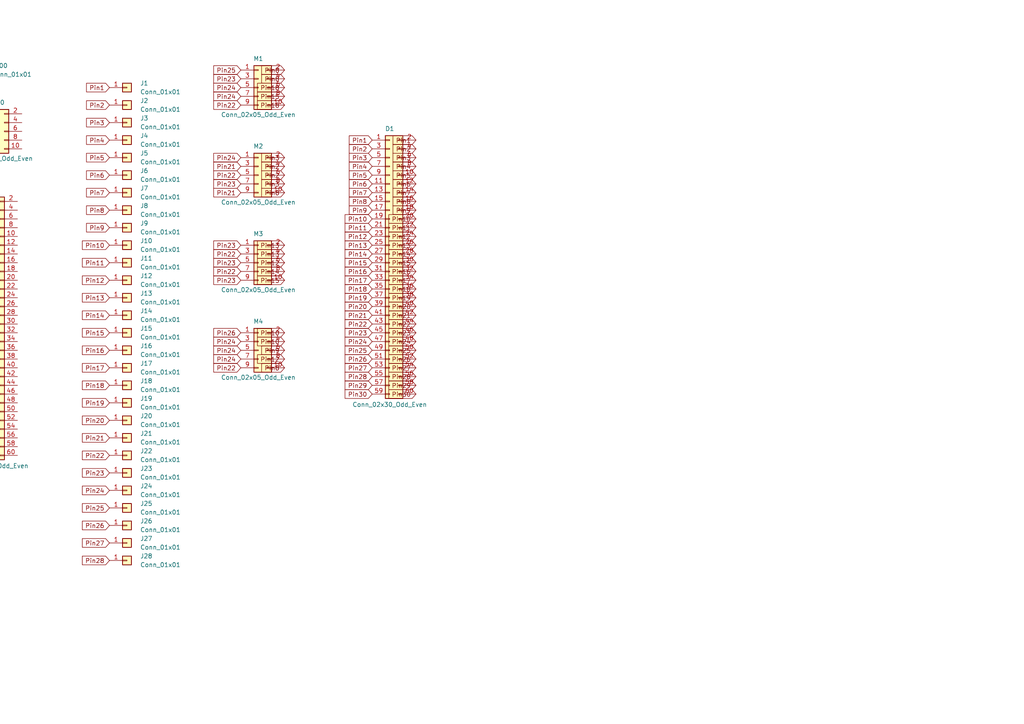
<source format=kicad_sch>
(kicad_sch (version 20231120) (generator "eeschema") (generator_version "8.0")
  (paper "A4")
  (lib_symbols
    (symbol "Connector_Generic:Conn_01x01" (pin_names (offset 1.016) hide)
      (property "Reference" "J" (at 0 2.54 0))
      (property "Value" "Conn_01x01" (at 0 -2.54 0))
      (symbol "Conn_01x01_1_1"
        (rectangle (start -1.27 0.127) (end 0 -0.127) (stroke (width 0.1524)))
        (rectangle (start -1.27 1.27) (end 1.27 -1.27) (stroke (width 0.254)) (fill (type background)))
        (pin passive line (at -5.08 0 0) (length 3.81) (name "Pin_1") (number "1"))
      )
    )
    (symbol "Connector_Generic:Conn_02x05_Odd_Even" (pin_names (offset 1.016) hide)
      (property "Reference" "J" (at 1.27 7.62 0))
      (property "Value" "Conn_02x05_Odd_Even" (at 1.27 -7.62 0))
      (symbol "Conn_02x05_Odd_Even_1_1"
        (rectangle (start -1.27 -4.953) (end 0 -5.207) (stroke (width 0.1524)))
        (rectangle (start -1.27 -2.413) (end 0 -2.667) (stroke (width 0.1524)))
        (rectangle (start -1.27 0.127) (end 0 -0.127) (stroke (width 0.1524)))
        (rectangle (start -1.27 2.667) (end 0 2.413) (stroke (width 0.1524)))
        (rectangle (start -1.27 5.207) (end 0 4.953) (stroke (width 0.1524)))
        (rectangle (start -1.27 6.35) (end 3.81 -6.35) (stroke (width 0.254)) (fill (type background)))
        (rectangle (start 3.81 -4.953) (end 2.54 -5.207) (stroke (width 0.1524)))
        (rectangle (start 3.81 -2.413) (end 2.54 -2.667) (stroke (width 0.1524)))
        (rectangle (start 3.81 0.127) (end 2.54 -0.127) (stroke (width 0.1524)))
        (rectangle (start 3.81 2.667) (end 2.54 2.413) (stroke (width 0.1524)))
        (rectangle (start 3.81 5.207) (end 2.54 4.953) (stroke (width 0.1524)))
        (pin passive line (at -5.08 5.08 0) (length 3.81) (name "Pin_1") (number "1"))
        (pin passive line (at 7.62 -5.08 180) (length 3.81) (name "Pin_10") (number "10"))
        (pin passive line (at 7.62 5.08 180) (length 3.81) (name "Pin_2") (number "2"))
        (pin passive line (at -5.08 2.54 0) (length 3.81) (name "Pin_3") (number "3"))
        (pin passive line (at 7.62 2.54 180) (length 3.81) (name "Pin_4") (number "4"))
        (pin passive line (at -5.08 0 0) (length 3.81) (name "Pin_5") (number "5"))
        (pin passive line (at 7.62 0 180) (length 3.81) (name "Pin_6") (number "6"))
        (pin passive line (at -5.08 -2.54 0) (length 3.81) (name "Pin_7") (number "7"))
        (pin passive line (at 7.62 -2.54 180) (length 3.81) (name "Pin_8") (number "8"))
        (pin passive line (at -5.08 -5.08 0) (length 3.81) (name "Pin_9") (number "9"))
      )
    )
    (symbol "Connector_Generic:Conn_02x30_Odd_Even" (pin_names (offset 1.016) hide)
      (property "Reference" "J" (at 1.27 38.1 0))
      (property "Value" "Conn_02x30_Odd_Even" (at 1.27 -40.64 0))
      (symbol "Conn_02x30_Odd_Even_1_1"
        (rectangle (start -1.27 -37.973) (end 0 -38.227) (stroke (width 0.1524)))
        (rectangle (start -1.27 -35.433) (end 0 -35.687) (stroke (width 0.1524)))
        (rectangle (start -1.27 -32.893) (end 0 -33.147) (stroke (width 0.1524)))
        (rectangle (start -1.27 -30.353) (end 0 -30.607) (stroke (width 0.1524)))
        (rectangle (start -1.27 -27.813) (end 0 -28.067) (stroke (width 0.1524)))
        (rectangle (start -1.27 -25.273) (end 0 -25.527) (stroke (width 0.1524)))
        (rectangle (start -1.27 -22.733) (end 0 -22.987) (stroke (width 0.1524)))
        (rectangle (start -1.27 -20.193) (end 0 -20.447) (stroke (width 0.1524)))
        (rectangle (start -1.27 -17.653) (end 0 -17.907) (stroke (width 0.1524)))
        (rectangle (start -1.27 -15.113) (end 0 -15.367) (stroke (width 0.1524)))
        (rectangle (start -1.27 -12.573) (end 0 -12.827) (stroke (width 0.1524)))
        (rectangle (start -1.27 -10.033) (end 0 -10.287) (stroke (width 0.1524)))
        (rectangle (start -1.27 -7.493) (end 0 -7.747) (stroke (width 0.1524)))
        (rectangle (start -1.27 -4.953) (end 0 -5.207) (stroke (width 0.1524)))
        (rectangle (start -1.27 -2.413) (end 0 -2.667) (stroke (width 0.1524)))
        (rectangle (start -1.27 0.127) (end 0 -0.127) (stroke (width 0.1524)))
        (rectangle (start -1.27 2.667) (end 0 2.413) (stroke (width 0.1524)))
        (rectangle (start -1.27 5.207) (end 0 4.953) (stroke (width 0.1524)))
        (rectangle (start -1.27 7.747) (end 0 7.493) (stroke (width 0.1524)))
        (rectangle (start -1.27 10.287) (end 0 10.033) (stroke (width 0.1524)))
        (rectangle (start -1.27 12.827) (end 0 12.573) (stroke (width 0.1524)))
        (rectangle (start -1.27 15.367) (end 0 15.113) (stroke (width 0.1524)))
        (rectangle (start -1.27 17.907) (end 0 17.653) (stroke (width 0.1524)))
        (rectangle (start -1.27 20.447) (end 0 20.193) (stroke (width 0.1524)))
        (rectangle (start -1.27 22.987) (end 0 22.733) (stroke (width 0.1524)))
        (rectangle (start -1.27 25.527) (end 0 25.273) (stroke (width 0.1524)))
        (rectangle (start -1.27 28.067) (end 0 27.813) (stroke (width 0.1524)))
        (rectangle (start -1.27 30.607) (end 0 30.353) (stroke (width 0.1524)))
        (rectangle (start -1.27 33.147) (end 0 32.893) (stroke (width 0.1524)))
        (rectangle (start -1.27 35.687) (end 0 35.433) (stroke (width 0.1524)))
        (rectangle (start -1.27 36.83) (end 3.81 -39.37) (stroke (width 0.254)) (fill (type background)))
        (rectangle (start 3.81 -37.973) (end 2.54 -38.227) (stroke (width 0.1524)))
        (rectangle (start 3.81 -35.433) (end 2.54 -35.687) (stroke (width 0.1524)))
        (rectangle (start 3.81 -32.893) (end 2.54 -33.147) (stroke (width 0.1524)))
        (rectangle (start 3.81 -30.353) (end 2.54 -30.607) (stroke (width 0.1524)))
        (rectangle (start 3.81 -27.813) (end 2.54 -28.067) (stroke (width 0.1524)))
        (rectangle (start 3.81 -25.273) (end 2.54 -25.527) (stroke (width 0.1524)))
        (rectangle (start 3.81 -22.733) (end 2.54 -22.987) (stroke (width 0.1524)))
        (rectangle (start 3.81 -20.193) (end 2.54 -20.447) (stroke (width 0.1524)))
        (rectangle (start 3.81 -17.653) (end 2.54 -17.907) (stroke (width 0.1524)))
        (rectangle (start 3.81 -15.113) (end 2.54 -15.367) (stroke (width 0.1524)))
        (rectangle (start 3.81 -12.573) (end 2.54 -12.827) (stroke (width 0.1524)))
        (rectangle (start 3.81 -10.033) (end 2.54 -10.287) (stroke (width 0.1524)))
        (rectangle (start 3.81 -7.493) (end 2.54 -7.747) (stroke (width 0.1524)))
        (rectangle (start 3.81 -4.953) (end 2.54 -5.207) (stroke (width 0.1524)))
        (rectangle (start 3.81 -2.413) (end 2.54 -2.667) (stroke (width 0.1524)))
        (rectangle (start 3.81 0.127) (end 2.54 -0.127) (stroke (width 0.1524)))
        (rectangle (start 3.81 2.667) (end 2.54 2.413) (stroke (width 0.1524)))
        (rectangle (start 3.81 5.207) (end 2.54 4.953) (stroke (width 0.1524)))
        (rectangle (start 3.81 7.747) (end 2.54 7.493) (stroke (width 0.1524)))
        (rectangle (start 3.81 10.287) (end 2.54 10.033) (stroke (width 0.1524)))
        (rectangle (start 3.81 12.827) (end 2.54 12.573) (stroke (width 0.1524)))
        (rectangle (start 3.81 15.367) (end 2.54 15.113) (stroke (width 0.1524)))
        (rectangle (start 3.81 17.907) (end 2.54 17.653) (stroke (width 0.1524)))
        (rectangle (start 3.81 20.447) (end 2.54 20.193) (stroke (width 0.1524)))
        (rectangle (start 3.81 22.987) (end 2.54 22.733) (stroke (width 0.1524)))
        (rectangle (start 3.81 25.527) (end 2.54 25.273) (stroke (width 0.1524)))
        (rectangle (start 3.81 28.067) (end 2.54 27.813) (stroke (width 0.1524)))
        (rectangle (start 3.81 30.607) (end 2.54 30.353) (stroke (width 0.1524)))
        (rectangle (start 3.81 33.147) (end 2.54 32.893) (stroke (width 0.1524)))
        (rectangle (start 3.81 35.687) (end 2.54 35.433) (stroke (width 0.1524)))
        (pin passive line (at -5.08 35.56 0) (length 3.81) (name "Pin_1") (number "1"))
        (pin passive line (at 7.62 25.4 180) (length 3.81) (name "Pin_10") (number "10"))
        (pin passive line (at -5.08 22.86 0) (length 3.81) (name "Pin_11") (number "11"))
        (pin passive line (at 7.62 22.86 180) (length 3.81) (name "Pin_12") (number "12"))
        (pin passive line (at -5.08 20.32 0) (length 3.81) (name "Pin_13") (number "13"))
        (pin passive line (at 7.62 20.32 180) (length 3.81) (name "Pin_14") (number "14"))
        (pin passive line (at -5.08 17.78 0) (length 3.81) (name "Pin_15") (number "15"))
        (pin passive line (at 7.62 17.78 180) (length 3.81) (name "Pin_16") (number "16"))
        (pin passive line (at -5.08 15.24 0) (length 3.81) (name "Pin_17") (number "17"))
        (pin passive line (at 7.62 15.24 180) (length 3.81) (name "Pin_18") (number "18"))
        (pin passive line (at -5.08 12.7 0) (length 3.81) (name "Pin_19") (number "19"))
        (pin passive line (at 7.62 35.56 180) (length 3.81) (name "Pin_2") (number "2"))
        (pin passive line (at 7.62 12.7 180) (length 3.81) (name "Pin_20") (number "20"))
        (pin passive line (at -5.08 10.16 0) (length 3.81) (name "Pin_21") (number "21"))
        (pin passive line (at 7.62 10.16 180) (length 3.81) (name "Pin_22") (number "22"))
        (pin passive line (at -5.08 7.62 0) (length 3.81) (name "Pin_23") (number "23"))
        (pin passive line (at 7.62 7.62 180) (length 3.81) (name "Pin_24") (number "24"))
        (pin passive line (at -5.08 5.08 0) (length 3.81) (name "Pin_25") (number "25"))
        (pin passive line (at 7.62 5.08 180) (length 3.81) (name "Pin_26") (number "26"))
        (pin passive line (at -5.08 2.54 0) (length 3.81) (name "Pin_27") (number "27"))
        (pin passive line (at 7.62 2.54 180) (length 3.81) (name "Pin_28") (number "28"))
        (pin passive line (at -5.08 0 0) (length 3.81) (name "Pin_29") (number "29"))
        (pin passive line (at -5.08 33.02 0) (length 3.81) (name "Pin_3") (number "3"))
        (pin passive line (at 7.62 0 180) (length 3.81) (name "Pin_30") (number "30"))
        (pin passive line (at -5.08 -2.54 0) (length 3.81) (name "Pin_31") (number "31"))
        (pin passive line (at 7.62 -2.54 180) (length 3.81) (name "Pin_32") (number "32"))
        (pin passive line (at -5.08 -5.08 0) (length 3.81) (name "Pin_33") (number "33"))
        (pin passive line (at 7.62 -5.08 180) (length 3.81) (name "Pin_34") (number "34"))
        (pin passive line (at -5.08 -7.62 0) (length 3.81) (name "Pin_35") (number "35"))
        (pin passive line (at 7.62 -7.62 180) (length 3.81) (name "Pin_36") (number "36"))
        (pin passive line (at -5.08 -10.16 0) (length 3.81) (name "Pin_37") (number "37"))
        (pin passive line (at 7.62 -10.16 180) (length 3.81) (name "Pin_38") (number "38"))
        (pin passive line (at -5.08 -12.7 0) (length 3.81) (name "Pin_39") (number "39"))
        (pin passive line (at 7.62 33.02 180) (length 3.81) (name "Pin_4") (number "4"))
        (pin passive line (at 7.62 -12.7 180) (length 3.81) (name "Pin_40") (number "40"))
        (pin passive line (at -5.08 -15.24 0) (length 3.81) (name "Pin_41") (number "41"))
        (pin passive line (at 7.62 -15.24 180) (length 3.81) (name "Pin_42") (number "42"))
        (pin passive line (at -5.08 -17.78 0) (length 3.81) (name "Pin_43") (number "43"))
        (pin passive line (at 7.62 -17.78 180) (length 3.81) (name "Pin_44") (number "44"))
        (pin passive line (at -5.08 -20.32 0) (length 3.81) (name "Pin_45") (number "45"))
        (pin passive line (at 7.62 -20.32 180) (length 3.81) (name "Pin_46") (number "46"))
        (pin passive line (at -5.08 -22.86 0) (length 3.81) (name "Pin_47") (number "47"))
        (pin passive line (at 7.62 -22.86 180) (length 3.81) (name "Pin_48") (number "48"))
        (pin passive line (at -5.08 -25.4 0) (length 3.81) (name "Pin_49") (number "49"))
        (pin passive line (at -5.08 30.48 0) (length 3.81) (name "Pin_5") (number "5"))
        (pin passive line (at 7.62 -25.4 180) (length 3.81) (name "Pin_50") (number "50"))
        (pin passive line (at -5.08 -27.94 0) (length 3.81) (name "Pin_51") (number "51"))
        (pin passive line (at 7.62 -27.94 180) (length 3.81) (name "Pin_52") (number "52"))
        (pin passive line (at -5.08 -30.48 0) (length 3.81) (name "Pin_53") (number "53"))
        (pin passive line (at 7.62 -30.48 180) (length 3.81) (name "Pin_54") (number "54"))
        (pin passive line (at -5.08 -33.02 0) (length 3.81) (name "Pin_55") (number "55"))
        (pin passive line (at 7.62 -33.02 180) (length 3.81) (name "Pin_56") (number "56"))
        (pin passive line (at -5.08 -35.56 0) (length 3.81) (name "Pin_57") (number "57"))
        (pin passive line (at 7.62 -35.56 180) (length 3.81) (name "Pin_58") (number "58"))
        (pin passive line (at -5.08 -38.1 0) (length 3.81) (name "Pin_59") (number "59"))
        (pin passive line (at 7.62 30.48 180) (length 3.81) (name "Pin_6") (number "6"))
        (pin passive line (at 7.62 -38.1 180) (length 3.81) (name "Pin_60") (number "60"))
        (pin passive line (at -5.08 27.94 0) (length 3.81) (name "Pin_7") (number "7"))
        (pin passive line (at 7.62 27.94 180) (length 3.81) (name "Pin_8") (number "8"))
        (pin passive line (at -5.08 25.4 0) (length 3.81) (name "Pin_9") (number "9"))
      )
    )
  )
  (symbol (lib_id "Connector_Generic:Conn_02x05_Odd_Even") (at -1.27 38.1 0) (unit 1)
    (property "Reference" "M100" (at -1.27 29.718 0))
    (property "Value" "Conn_02x05_Odd_Even" (at -1.27 45.974 0))
    (property "Footprint" "Connector_PinHeader_2.54mm:PinHeader_2x05_P2.54mm_Vertical" (effects (hide yes)))
    (property "Description" "Generic connector, double row, 02x05, odd/even pin numbering scheme (row 1 odd numbers, row 2 even numbers), script generated (kicad-library-utils/schlib/autogen/connector/)" (effects (hide yes)))
    (property "MPN" "Map" (effects (hide yes)))
  )
  (symbol (lib_id "Connector_Generic:Conn_01x01") (at -6.35 20.32 0) (unit 1)
    (property "Reference" "J100" (at -2.54 19.0499 0) (effects (justify left)))
    (property "Value" "Conn_01x01" (at -2.54 21.5899 0) (effects (justify left)))
    (property "Footprint" "MatchBoxLibrary:Ma" (effects (hide yes)))
    (property "Description" "Generic connector, single row, 01x01, script generated (kicad-library-utils/schlib/autogen/connector/)" (effects (hide yes)))
    (property "MPN" "Input" (effects (hide yes)))
  )
  (symbol (lib_id "Connector_Generic:Conn_02x30_Odd_Even") (at -2.54 93.98 0) (unit 1)
    (property "Reference" "D1" (at -2.54 55.118 0))
    (property "Value" "Conn_02x30_Odd_Even" (at -2.54 135.128 0))
    (property "Footprint" "Connector_PinHeader_2.54mm:PinHeader_2x30_P2.54mm_Vertical" (effects (hide yes)))
    (property "Description" "Generic connector, double row, 02x30, odd/even pin numbering scheme (row 1 odd numbers, row 2 even numbers), script generated (kicad-library-utils/schlib/autogen/connector/)" (effects (hide yes)))
    (property "MPN" "Direct" (effects (hide yes)))
  )
  (symbol (lib_id "Connector_Generic:Conn_01x01") (at 36.83 25.4 0) (unit 1)
    (property "Reference" "J1" (at 40.64 24.1299 0) (effects (justify left)))
    (property "Value" "Conn_01x01" (at 40.64 26.6699 0) (effects (justify left)))
    (property "Footprint" "MatchBoxLibrary:Ma" (effects (hide yes)))
    (property "Description" "Generic connector, single row, 01x01, script generated (kicad-library-utils/schlib/autogen/connector/)" (effects (hide yes)))
    (property "MPN" "Input" (effects (hide yes)))
  )
  (global_label "Pin1" (shape input) (at 31.75 25.4 0) (property "Intersheetrefs" "${INTERSHEET_REFS}" (effects hide)))
  (symbol (lib_id "Connector_Generic:Conn_01x01") (at 36.83 30.48 0) (unit 1)
    (property "Reference" "J2" (at 40.64 29.2099 0) (effects (justify left)))
    (property "Value" "Conn_01x01" (at 40.64 31.7499 0) (effects (justify left)))
    (property "Footprint" "MatchBoxLibrary:Ma" (effects (hide yes)))
    (property "Description" "Generic connector, single row, 01x01, script generated (kicad-library-utils/schlib/autogen/connector/)" (effects (hide yes)))
    (property "MPN" "Input" (effects (hide yes)))
  )
  (global_label "Pin2" (shape input) (at 31.75 30.48 0) (property "Intersheetrefs" "${INTERSHEET_REFS}" (effects hide)))
  (symbol (lib_id "Connector_Generic:Conn_01x01") (at 36.83 35.56 0) (unit 1)
    (property "Reference" "J3" (at 40.64 34.2899 0) (effects (justify left)))
    (property "Value" "Conn_01x01" (at 40.64 36.8299 0) (effects (justify left)))
    (property "Footprint" "MatchBoxLibrary:Ma" (effects (hide yes)))
    (property "Description" "Generic connector, single row, 01x01, script generated (kicad-library-utils/schlib/autogen/connector/)" (effects (hide yes)))
    (property "MPN" "Input" (effects (hide yes)))
  )
  (global_label "Pin3" (shape input) (at 31.75 35.56 0) (property "Intersheetrefs" "${INTERSHEET_REFS}" (effects hide)))
  (symbol (lib_id "Connector_Generic:Conn_01x01") (at 36.83 40.64 0) (unit 1)
    (property "Reference" "J4" (at 40.64 39.3699 0) (effects (justify left)))
    (property "Value" "Conn_01x01" (at 40.64 41.9099 0) (effects (justify left)))
    (property "Footprint" "MatchBoxLibrary:Ma" (effects (hide yes)))
    (property "Description" "Generic connector, single row, 01x01, script generated (kicad-library-utils/schlib/autogen/connector/)" (effects (hide yes)))
    (property "MPN" "Input" (effects (hide yes)))
  )
  (global_label "Pin4" (shape input) (at 31.75 40.64 0) (property "Intersheetrefs" "${INTERSHEET_REFS}" (effects hide)))
  (symbol (lib_id "Connector_Generic:Conn_01x01") (at 36.83 45.72 0) (unit 1)
    (property "Reference" "J5" (at 40.64 44.4499 0) (effects (justify left)))
    (property "Value" "Conn_01x01" (at 40.64 46.9899 0) (effects (justify left)))
    (property "Footprint" "MatchBoxLibrary:Ma" (effects (hide yes)))
    (property "Description" "Generic connector, single row, 01x01, script generated (kicad-library-utils/schlib/autogen/connector/)" (effects (hide yes)))
    (property "MPN" "Input" (effects (hide yes)))
  )
  (global_label "Pin5" (shape input) (at 31.75 45.72 0) (property "Intersheetrefs" "${INTERSHEET_REFS}" (effects hide)))
  (symbol (lib_id "Connector_Generic:Conn_01x01") (at 36.83 50.8 0) (unit 1)
    (property "Reference" "J6" (at 40.64 49.5299 0) (effects (justify left)))
    (property "Value" "Conn_01x01" (at 40.64 52.0699 0) (effects (justify left)))
    (property "Footprint" "MatchBoxLibrary:Ma" (effects (hide yes)))
    (property "Description" "Generic connector, single row, 01x01, script generated (kicad-library-utils/schlib/autogen/connector/)" (effects (hide yes)))
    (property "MPN" "Input" (effects (hide yes)))
  )
  (global_label "Pin6" (shape input) (at 31.75 50.8 0) (property "Intersheetrefs" "${INTERSHEET_REFS}" (effects hide)))
  (symbol (lib_id "Connector_Generic:Conn_01x01") (at 36.83 55.88 0) (unit 1)
    (property "Reference" "J7" (at 40.64 54.6099 0) (effects (justify left)))
    (property "Value" "Conn_01x01" (at 40.64 57.1499 0) (effects (justify left)))
    (property "Footprint" "MatchBoxLibrary:Ma" (effects (hide yes)))
    (property "Description" "Generic connector, single row, 01x01, script generated (kicad-library-utils/schlib/autogen/connector/)" (effects (hide yes)))
    (property "MPN" "Input" (effects (hide yes)))
  )
  (global_label "Pin7" (shape input) (at 31.75 55.88 0) (property "Intersheetrefs" "${INTERSHEET_REFS}" (effects hide)))
  (symbol (lib_id "Connector_Generic:Conn_01x01") (at 36.83 60.96 0) (unit 1)
    (property "Reference" "J8" (at 40.64 59.6899 0) (effects (justify left)))
    (property "Value" "Conn_01x01" (at 40.64 62.2299 0) (effects (justify left)))
    (property "Footprint" "MatchBoxLibrary:Ma" (effects (hide yes)))
    (property "Description" "Generic connector, single row, 01x01, script generated (kicad-library-utils/schlib/autogen/connector/)" (effects (hide yes)))
    (property "MPN" "Input" (effects (hide yes)))
  )
  (global_label "Pin8" (shape input) (at 31.75 60.96 0) (property "Intersheetrefs" "${INTERSHEET_REFS}" (effects hide)))
  (symbol (lib_id "Connector_Generic:Conn_01x01") (at 36.83 66.04 0) (unit 1)
    (property "Reference" "J9" (at 40.64 64.7699 0) (effects (justify left)))
    (property "Value" "Conn_01x01" (at 40.64 67.3099 0) (effects (justify left)))
    (property "Footprint" "MatchBoxLibrary:Ma" (effects (hide yes)))
    (property "Description" "Generic connector, single row, 01x01, script generated (kicad-library-utils/schlib/autogen/connector/)" (effects (hide yes)))
    (property "MPN" "Input" (effects (hide yes)))
  )
  (global_label "Pin9" (shape input) (at 31.75 66.04 0) (property "Intersheetrefs" "${INTERSHEET_REFS}" (effects hide)))
  (symbol (lib_id "Connector_Generic:Conn_01x01") (at 36.83 71.12 0) (unit 1)
    (property "Reference" "J10" (at 40.64 69.8499 0) (effects (justify left)))
    (property "Value" "Conn_01x01" (at 40.64 72.3899 0) (effects (justify left)))
    (property "Footprint" "MatchBoxLibrary:Ma" (effects (hide yes)))
    (property "Description" "Generic connector, single row, 01x01, script generated (kicad-library-utils/schlib/autogen/connector/)" (effects (hide yes)))
    (property "MPN" "Input" (effects (hide yes)))
  )
  (global_label "Pin10" (shape input) (at 31.75 71.12 0) (property "Intersheetrefs" "${INTERSHEET_REFS}" (effects hide)))
  (symbol (lib_id "Connector_Generic:Conn_01x01") (at 36.83 76.2 0) (unit 1)
    (property "Reference" "J11" (at 40.64 74.9299 0) (effects (justify left)))
    (property "Value" "Conn_01x01" (at 40.64 77.4699 0) (effects (justify left)))
    (property "Footprint" "MatchBoxLibrary:Ma" (effects (hide yes)))
    (property "Description" "Generic connector, single row, 01x01, script generated (kicad-library-utils/schlib/autogen/connector/)" (effects (hide yes)))
    (property "MPN" "Input" (effects (hide yes)))
  )
  (global_label "Pin11" (shape input) (at 31.75 76.2 0) (property "Intersheetrefs" "${INTERSHEET_REFS}" (effects hide)))
  (symbol (lib_id "Connector_Generic:Conn_01x01") (at 36.83 81.28 0) (unit 1)
    (property "Reference" "J12" (at 40.64 80.0099 0) (effects (justify left)))
    (property "Value" "Conn_01x01" (at 40.64 82.5499 0) (effects (justify left)))
    (property "Footprint" "MatchBoxLibrary:Ma" (effects (hide yes)))
    (property "Description" "Generic connector, single row, 01x01, script generated (kicad-library-utils/schlib/autogen/connector/)" (effects (hide yes)))
    (property "MPN" "Input" (effects (hide yes)))
  )
  (global_label "Pin12" (shape input) (at 31.75 81.28 0) (property "Intersheetrefs" "${INTERSHEET_REFS}" (effects hide)))
  (symbol (lib_id "Connector_Generic:Conn_01x01") (at 36.83 86.36 0) (unit 1)
    (property "Reference" "J13" (at 40.64 85.0899 0) (effects (justify left)))
    (property "Value" "Conn_01x01" (at 40.64 87.6299 0) (effects (justify left)))
    (property "Footprint" "MatchBoxLibrary:Ma" (effects (hide yes)))
    (property "Description" "Generic connector, single row, 01x01, script generated (kicad-library-utils/schlib/autogen/connector/)" (effects (hide yes)))
    (property "MPN" "Input" (effects (hide yes)))
  )
  (global_label "Pin13" (shape input) (at 31.75 86.36 0) (property "Intersheetrefs" "${INTERSHEET_REFS}" (effects hide)))
  (symbol (lib_id "Connector_Generic:Conn_01x01") (at 36.83 91.44 0) (unit 1)
    (property "Reference" "J14" (at 40.64 90.1699 0) (effects (justify left)))
    (property "Value" "Conn_01x01" (at 40.64 92.7099 0) (effects (justify left)))
    (property "Footprint" "MatchBoxLibrary:Ma" (effects (hide yes)))
    (property "Description" "Generic connector, single row, 01x01, script generated (kicad-library-utils/schlib/autogen/connector/)" (effects (hide yes)))
    (property "MPN" "Input" (effects (hide yes)))
  )
  (global_label "Pin14" (shape input) (at 31.75 91.44 0) (property "Intersheetrefs" "${INTERSHEET_REFS}" (effects hide)))
  (symbol (lib_id "Connector_Generic:Conn_01x01") (at 36.83 96.52 0) (unit 1)
    (property "Reference" "J15" (at 40.64 95.2499 0) (effects (justify left)))
    (property "Value" "Conn_01x01" (at 40.64 97.7899 0) (effects (justify left)))
    (property "Footprint" "MatchBoxLibrary:Ma" (effects (hide yes)))
    (property "Description" "Generic connector, single row, 01x01, script generated (kicad-library-utils/schlib/autogen/connector/)" (effects (hide yes)))
    (property "MPN" "Input" (effects (hide yes)))
  )
  (global_label "Pin15" (shape input) (at 31.75 96.52 0) (property "Intersheetrefs" "${INTERSHEET_REFS}" (effects hide)))
  (symbol (lib_id "Connector_Generic:Conn_01x01") (at 36.83 101.6 0) (unit 1)
    (property "Reference" "J16" (at 40.64 100.3299 0) (effects (justify left)))
    (property "Value" "Conn_01x01" (at 40.64 102.8699 0) (effects (justify left)))
    (property "Footprint" "MatchBoxLibrary:Ma" (effects (hide yes)))
    (property "Description" "Generic connector, single row, 01x01, script generated (kicad-library-utils/schlib/autogen/connector/)" (effects (hide yes)))
    (property "MPN" "Input" (effects (hide yes)))
  )
  (global_label "Pin16" (shape input) (at 31.75 101.6 0) (property "Intersheetrefs" "${INTERSHEET_REFS}" (effects hide)))
  (symbol (lib_id "Connector_Generic:Conn_01x01") (at 36.83 106.68 0) (unit 1)
    (property "Reference" "J17" (at 40.64 105.4099 0) (effects (justify left)))
    (property "Value" "Conn_01x01" (at 40.64 107.9499 0) (effects (justify left)))
    (property "Footprint" "MatchBoxLibrary:Ma" (effects (hide yes)))
    (property "Description" "Generic connector, single row, 01x01, script generated (kicad-library-utils/schlib/autogen/connector/)" (effects (hide yes)))
    (property "MPN" "Input" (effects (hide yes)))
  )
  (global_label "Pin17" (shape input) (at 31.75 106.68 0) (property "Intersheetrefs" "${INTERSHEET_REFS}" (effects hide)))
  (symbol (lib_id "Connector_Generic:Conn_01x01") (at 36.83 111.76 0) (unit 1)
    (property "Reference" "J18" (at 40.64 110.4899 0) (effects (justify left)))
    (property "Value" "Conn_01x01" (at 40.64 113.0299 0) (effects (justify left)))
    (property "Footprint" "MatchBoxLibrary:Ma" (effects (hide yes)))
    (property "Description" "Generic connector, single row, 01x01, script generated (kicad-library-utils/schlib/autogen/connector/)" (effects (hide yes)))
    (property "MPN" "Input" (effects (hide yes)))
  )
  (global_label "Pin18" (shape input) (at 31.75 111.76 0) (property "Intersheetrefs" "${INTERSHEET_REFS}" (effects hide)))
  (symbol (lib_id "Connector_Generic:Conn_01x01") (at 36.83 116.84 0) (unit 1)
    (property "Reference" "J19" (at 40.64 115.5699 0) (effects (justify left)))
    (property "Value" "Conn_01x01" (at 40.64 118.1099 0) (effects (justify left)))
    (property "Footprint" "MatchBoxLibrary:Ma" (effects (hide yes)))
    (property "Description" "Generic connector, single row, 01x01, script generated (kicad-library-utils/schlib/autogen/connector/)" (effects (hide yes)))
    (property "MPN" "Input" (effects (hide yes)))
  )
  (global_label "Pin19" (shape input) (at 31.75 116.84 0) (property "Intersheetrefs" "${INTERSHEET_REFS}" (effects hide)))
  (symbol (lib_id "Connector_Generic:Conn_01x01") (at 36.83 121.92 0) (unit 1)
    (property "Reference" "J20" (at 40.64 120.6499 0) (effects (justify left)))
    (property "Value" "Conn_01x01" (at 40.64 123.1899 0) (effects (justify left)))
    (property "Footprint" "MatchBoxLibrary:Ma" (effects (hide yes)))
    (property "Description" "Generic connector, single row, 01x01, script generated (kicad-library-utils/schlib/autogen/connector/)" (effects (hide yes)))
    (property "MPN" "Input" (effects (hide yes)))
  )
  (global_label "Pin20" (shape input) (at 31.75 121.92 0) (property "Intersheetrefs" "${INTERSHEET_REFS}" (effects hide)))
  (symbol (lib_id "Connector_Generic:Conn_01x01") (at 36.83 127.0 0) (unit 1)
    (property "Reference" "J21" (at 40.64 125.7299 0) (effects (justify left)))
    (property "Value" "Conn_01x01" (at 40.64 128.2699 0) (effects (justify left)))
    (property "Footprint" "MatchBoxLibrary:Ma" (effects (hide yes)))
    (property "Description" "Generic connector, single row, 01x01, script generated (kicad-library-utils/schlib/autogen/connector/)" (effects (hide yes)))
    (property "MPN" "Input" (effects (hide yes)))
  )
  (global_label "Pin21" (shape input) (at 31.75 127.0 0) (property "Intersheetrefs" "${INTERSHEET_REFS}" (effects hide)))
  (symbol (lib_id "Connector_Generic:Conn_01x01") (at 36.83 132.08 0) (unit 1)
    (property "Reference" "J22" (at 40.64 130.8099 0) (effects (justify left)))
    (property "Value" "Conn_01x01" (at 40.64 133.3499 0) (effects (justify left)))
    (property "Footprint" "MatchBoxLibrary:Ma" (effects (hide yes)))
    (property "Description" "Generic connector, single row, 01x01, script generated (kicad-library-utils/schlib/autogen/connector/)" (effects (hide yes)))
    (property "MPN" "Input" (effects (hide yes)))
  )
  (global_label "Pin22" (shape input) (at 31.75 132.08 0) (property "Intersheetrefs" "${INTERSHEET_REFS}" (effects hide)))
  (symbol (lib_id "Connector_Generic:Conn_01x01") (at 36.83 137.16 0) (unit 1)
    (property "Reference" "J23" (at 40.64 135.8899 0) (effects (justify left)))
    (property "Value" "Conn_01x01" (at 40.64 138.4299 0) (effects (justify left)))
    (property "Footprint" "MatchBoxLibrary:Ma" (effects (hide yes)))
    (property "Description" "Generic connector, single row, 01x01, script generated (kicad-library-utils/schlib/autogen/connector/)" (effects (hide yes)))
    (property "MPN" "Input" (effects (hide yes)))
  )
  (global_label "Pin23" (shape input) (at 31.75 137.16 0) (property "Intersheetrefs" "${INTERSHEET_REFS}" (effects hide)))
  (symbol (lib_id "Connector_Generic:Conn_01x01") (at 36.83 142.24 0) (unit 1)
    (property "Reference" "J24" (at 40.64 140.9699 0) (effects (justify left)))
    (property "Value" "Conn_01x01" (at 40.64 143.5099 0) (effects (justify left)))
    (property "Footprint" "MatchBoxLibrary:Ma" (effects (hide yes)))
    (property "Description" "Generic connector, single row, 01x01, script generated (kicad-library-utils/schlib/autogen/connector/)" (effects (hide yes)))
    (property "MPN" "Input" (effects (hide yes)))
  )
  (global_label "Pin24" (shape input) (at 31.75 142.24 0) (property "Intersheetrefs" "${INTERSHEET_REFS}" (effects hide)))
  (symbol (lib_id "Connector_Generic:Conn_01x01") (at 36.83 147.32 0) (unit 1)
    (property "Reference" "J25" (at 40.64 146.0499 0) (effects (justify left)))
    (property "Value" "Conn_01x01" (at 40.64 148.5899 0) (effects (justify left)))
    (property "Footprint" "MatchBoxLibrary:Ma" (effects (hide yes)))
    (property "Description" "Generic connector, single row, 01x01, script generated (kicad-library-utils/schlib/autogen/connector/)" (effects (hide yes)))
    (property "MPN" "Input" (effects (hide yes)))
  )
  (global_label "Pin25" (shape input) (at 31.75 147.32 0) (property "Intersheetrefs" "${INTERSHEET_REFS}" (effects hide)))
  (symbol (lib_id "Connector_Generic:Conn_01x01") (at 36.83 152.4 0) (unit 1)
    (property "Reference" "J26" (at 40.64 151.1299 0) (effects (justify left)))
    (property "Value" "Conn_01x01" (at 40.64 153.6699 0) (effects (justify left)))
    (property "Footprint" "MatchBoxLibrary:Ma" (effects (hide yes)))
    (property "Description" "Generic connector, single row, 01x01, script generated (kicad-library-utils/schlib/autogen/connector/)" (effects (hide yes)))
    (property "MPN" "Input" (effects (hide yes)))
  )
  (global_label "Pin26" (shape input) (at 31.75 152.4 0) (property "Intersheetrefs" "${INTERSHEET_REFS}" (effects hide)))
  (symbol (lib_id "Connector_Generic:Conn_01x01") (at 36.83 157.48 0) (unit 1)
    (property "Reference" "J27" (at 40.64 156.2099 0) (effects (justify left)))
    (property "Value" "Conn_01x01" (at 40.64 158.7499 0) (effects (justify left)))
    (property "Footprint" "MatchBoxLibrary:Ma" (effects (hide yes)))
    (property "Description" "Generic connector, single row, 01x01, script generated (kicad-library-utils/schlib/autogen/connector/)" (effects (hide yes)))
    (property "MPN" "Input" (effects (hide yes)))
  )
  (global_label "Pin27" (shape input) (at 31.75 157.48 0) (property "Intersheetrefs" "${INTERSHEET_REFS}" (effects hide)))
  (symbol (lib_id "Connector_Generic:Conn_01x01") (at 36.83 162.56 0) (unit 1)
    (property "Reference" "J28" (at 40.64 161.2899 0) (effects (justify left)))
    (property "Value" "Conn_01x01" (at 40.64 163.8299 0) (effects (justify left)))
    (property "Footprint" "MatchBoxLibrary:Ma" (effects (hide yes)))
    (property "Description" "Generic connector, single row, 01x01, script generated (kicad-library-utils/schlib/autogen/connector/)" (effects (hide yes)))
    (property "MPN" "Input" (effects (hide yes)))
  )
  (global_label "Pin28" (shape input) (at 31.75 162.56 0) (property "Intersheetrefs" "${INTERSHEET_REFS}" (effects hide)))
  (symbol (lib_id "Connector_Generic:Conn_02x05_Odd_Even") (at 74.93 25.4 0) (unit 1)
    (property "Reference" "M1" (at 74.93 17.018 0))
    (property "Value" "Conn_02x05_Odd_Even" (at 74.93 33.274 0))
    (property "Footprint" "Connector_PinHeader_2.54mm:PinHeader_2x05_P2.54mm_Vertical" (effects (hide yes)))
    (property "Description" "Generic connector, double row, 02x05, odd/even pin numbering scheme (row 1 odd numbers, row 2 even numbers), script generated (kicad-library-utils/schlib/autogen/connector/)" (effects (hide yes)))
    (property "MPN" "Map" (effects (hide yes)))
  )
  (global_label "Pin25" (shape input) (at 69.85 20.32 0) (property "Intersheetrefs" "${INTERSHEET_REFS}" (effects hide)))
  (global_label "Pin8" (shape input) (at 82.55 20.32 180) (property "Intersheetrefs" "${INTERSHEET_REFS}" (effects hide)))
  (global_label "Pin23" (shape input) (at 69.85 22.86 0) (property "Intersheetrefs" "${INTERSHEET_REFS}" (effects hide)))
  (global_label "Pin8" (shape input) (at 82.55 22.86 180) (property "Intersheetrefs" "${INTERSHEET_REFS}" (effects hide)))
  (global_label "Pin24" (shape input) (at 69.85 25.4 0) (property "Intersheetrefs" "${INTERSHEET_REFS}" (effects hide)))
  (global_label "Pin18" (shape input) (at 82.55 25.4 180) (property "Intersheetrefs" "${INTERSHEET_REFS}" (effects hide)))
  (global_label "Pin24" (shape input) (at 69.85 27.94 0) (property "Intersheetrefs" "${INTERSHEET_REFS}" (effects hide)))
  (global_label "Pin15" (shape input) (at 82.55 27.94 180) (property "Intersheetrefs" "${INTERSHEET_REFS}" (effects hide)))
  (global_label "Pin22" (shape input) (at 69.85 30.48 0) (property "Intersheetrefs" "${INTERSHEET_REFS}" (effects hide)))
  (global_label "Pin18" (shape input) (at 82.55 30.48 180) (property "Intersheetrefs" "${INTERSHEET_REFS}" (effects hide)))
  (symbol (lib_id "Connector_Generic:Conn_02x05_Odd_Even") (at 74.93 50.8 0) (unit 1)
    (property "Reference" "M2" (at 74.93 42.418 0))
    (property "Value" "Conn_02x05_Odd_Even" (at 74.93 58.674 0))
    (property "Footprint" "Connector_PinHeader_2.54mm:PinHeader_2x05_P2.54mm_Vertical" (effects (hide yes)))
    (property "Description" "Generic connector, double row, 02x05, odd/even pin numbering scheme (row 1 odd numbers, row 2 even numbers), script generated (kicad-library-utils/schlib/autogen/connector/)" (effects (hide yes)))
    (property "MPN" "Map" (effects (hide yes)))
  )
  (global_label "Pin24" (shape input) (at 69.85 45.72 0) (property "Intersheetrefs" "${INTERSHEET_REFS}" (effects hide)))
  (global_label "Pin3" (shape input) (at 82.55 45.72 180) (property "Intersheetrefs" "${INTERSHEET_REFS}" (effects hide)))
  (global_label "Pin21" (shape input) (at 69.85 48.26 0) (property "Intersheetrefs" "${INTERSHEET_REFS}" (effects hide)))
  (global_label "Pin2" (shape input) (at 82.55 48.26 180) (property "Intersheetrefs" "${INTERSHEET_REFS}" (effects hide)))
  (global_label "Pin22" (shape input) (at 69.85 50.8 0) (property "Intersheetrefs" "${INTERSHEET_REFS}" (effects hide)))
  (global_label "Pin2" (shape input) (at 82.55 50.8 180) (property "Intersheetrefs" "${INTERSHEET_REFS}" (effects hide)))
  (global_label "Pin23" (shape input) (at 69.85 53.34 0) (property "Intersheetrefs" "${INTERSHEET_REFS}" (effects hide)))
  (global_label "Pin3" (shape input) (at 82.55 53.34 180) (property "Intersheetrefs" "${INTERSHEET_REFS}" (effects hide)))
  (global_label "Pin21" (shape input) (at 69.85 55.88 0) (property "Intersheetrefs" "${INTERSHEET_REFS}" (effects hide)))
  (global_label "Pin8" (shape input) (at 82.55 55.88 180) (property "Intersheetrefs" "${INTERSHEET_REFS}" (effects hide)))
  (symbol (lib_id "Connector_Generic:Conn_02x05_Odd_Even") (at 74.93 76.2 0) (unit 1)
    (property "Reference" "M3" (at 74.93 67.818 0))
    (property "Value" "Conn_02x05_Odd_Even" (at 74.93 84.074 0))
    (property "Footprint" "Connector_PinHeader_2.54mm:PinHeader_2x05_P2.54mm_Vertical" (effects (hide yes)))
    (property "Description" "Generic connector, double row, 02x05, odd/even pin numbering scheme (row 1 odd numbers, row 2 even numbers), script generated (kicad-library-utils/schlib/autogen/connector/)" (effects (hide yes)))
    (property "MPN" "Map" (effects (hide yes)))
  )
  (global_label "Pin23" (shape input) (at 69.85 71.12 0) (property "Intersheetrefs" "${INTERSHEET_REFS}" (effects hide)))
  (global_label "Pin13" (shape input) (at 82.55 71.12 180) (property "Intersheetrefs" "${INTERSHEET_REFS}" (effects hide)))
  (global_label "Pin22" (shape input) (at 69.85 73.66 0) (property "Intersheetrefs" "${INTERSHEET_REFS}" (effects hide)))
  (global_label "Pin13" (shape input) (at 82.55 73.66 180) (property "Intersheetrefs" "${INTERSHEET_REFS}" (effects hide)))
  (global_label "Pin23" (shape input) (at 69.85 76.2 0) (property "Intersheetrefs" "${INTERSHEET_REFS}" (effects hide)))
  (global_label "Pin12" (shape input) (at 82.55 76.2 180) (property "Intersheetrefs" "${INTERSHEET_REFS}" (effects hide)))
  (global_label "Pin22" (shape input) (at 69.85 78.74 0) (property "Intersheetrefs" "${INTERSHEET_REFS}" (effects hide)))
  (global_label "Pin14" (shape input) (at 82.55 78.74 180) (property "Intersheetrefs" "${INTERSHEET_REFS}" (effects hide)))
  (global_label "Pin23" (shape input) (at 69.85 81.28 0) (property "Intersheetrefs" "${INTERSHEET_REFS}" (effects hide)))
  (global_label "Pin15" (shape input) (at 82.55 81.28 180) (property "Intersheetrefs" "${INTERSHEET_REFS}" (effects hide)))
  (symbol (lib_id "Connector_Generic:Conn_02x05_Odd_Even") (at 74.93 101.6 0) (unit 1)
    (property "Reference" "M4" (at 74.93 93.218 0))
    (property "Value" "Conn_02x05_Odd_Even" (at 74.93 109.474 0))
    (property "Footprint" "Connector_PinHeader_2.54mm:PinHeader_2x05_P2.54mm_Vertical" (effects (hide yes)))
    (property "Description" "Generic connector, double row, 02x05, odd/even pin numbering scheme (row 1 odd numbers, row 2 even numbers), script generated (kicad-library-utils/schlib/autogen/connector/)" (effects (hide yes)))
    (property "MPN" "Map" (effects (hide yes)))
  )
  (global_label "Pin26" (shape input) (at 69.85 96.52 0) (property "Intersheetrefs" "${INTERSHEET_REFS}" (effects hide)))
  (global_label "Pin10" (shape input) (at 82.55 96.52 180) (property "Intersheetrefs" "${INTERSHEET_REFS}" (effects hide)))
  (global_label "Pin24" (shape input) (at 69.85 99.06 0) (property "Intersheetrefs" "${INTERSHEET_REFS}" (effects hide)))
  (global_label "Pin10" (shape input) (at 82.55 99.06 180) (property "Intersheetrefs" "${INTERSHEET_REFS}" (effects hide)))
  (global_label "Pin24" (shape input) (at 69.85 101.6 0) (property "Intersheetrefs" "${INTERSHEET_REFS}" (effects hide)))
  (global_label "Pin9" (shape input) (at 82.55 101.6 180) (property "Intersheetrefs" "${INTERSHEET_REFS}" (effects hide)))
  (global_label "Pin24" (shape input) (at 69.85 104.14 0) (property "Intersheetrefs" "${INTERSHEET_REFS}" (effects hide)))
  (global_label "Pin12" (shape input) (at 82.55 104.14 180) (property "Intersheetrefs" "${INTERSHEET_REFS}" (effects hide)))
  (global_label "Pin22" (shape input) (at 69.85 106.68 0) (property "Intersheetrefs" "${INTERSHEET_REFS}" (effects hide)))
  (global_label "Pin8" (shape input) (at 82.55 106.68 180) (property "Intersheetrefs" "${INTERSHEET_REFS}" (effects hide)))
  (symbol (lib_id "Connector_Generic:Conn_02x30_Odd_Even") (at 113.03 76.2 0) (unit 1)
    (property "Reference" "D1" (at 113.03 37.338 0))
    (property "Value" "Conn_02x30_Odd_Even" (at 113.03 117.348 0))
    (property "Footprint" "Connector_PinHeader_2.54mm:PinHeader_2x30_P2.54mm_Vertical" (effects (hide yes)))
    (property "Description" "Generic connector, double row, 02x30, odd/even pin numbering scheme (row 1 odd numbers, row 2 even numbers), script generated (kicad-library-utils/schlib/autogen/connector/)" (effects (hide yes)))
    (property "MPN" "Direct" (effects (hide yes)))
  )
  (global_label "Pin1" (shape input) (at 107.95 40.64 0) (property "Intersheetrefs" "${INTERSHEET_REFS}" (effects hide)))
  (global_label "Pin1" (shape input) (at 120.65 40.64 180) (property "Intersheetrefs" "${INTERSHEET_REFS}" (effects hide)))
  (global_label "Pin2" (shape input) (at 107.95 43.18 0) (property "Intersheetrefs" "${INTERSHEET_REFS}" (effects hide)))
  (global_label "Pin2" (shape input) (at 120.65 43.18 180) (property "Intersheetrefs" "${INTERSHEET_REFS}" (effects hide)))
  (global_label "Pin3" (shape input) (at 107.95 45.72 0) (property "Intersheetrefs" "${INTERSHEET_REFS}" (effects hide)))
  (global_label "Pin3" (shape input) (at 120.65 45.72 180) (property "Intersheetrefs" "${INTERSHEET_REFS}" (effects hide)))
  (global_label "Pin4" (shape input) (at 107.95 48.26 0) (property "Intersheetrefs" "${INTERSHEET_REFS}" (effects hide)))
  (global_label "Pin4" (shape input) (at 120.65 48.26 180) (property "Intersheetrefs" "${INTERSHEET_REFS}" (effects hide)))
  (global_label "Pin5" (shape input) (at 107.95 50.8 0) (property "Intersheetrefs" "${INTERSHEET_REFS}" (effects hide)))
  (global_label "Pin5" (shape input) (at 120.65 50.8 180) (property "Intersheetrefs" "${INTERSHEET_REFS}" (effects hide)))
  (global_label "Pin6" (shape input) (at 107.95 53.34 0) (property "Intersheetrefs" "${INTERSHEET_REFS}" (effects hide)))
  (global_label "Pin6" (shape input) (at 120.65 53.34 180) (property "Intersheetrefs" "${INTERSHEET_REFS}" (effects hide)))
  (global_label "Pin7" (shape input) (at 107.95 55.88 0) (property "Intersheetrefs" "${INTERSHEET_REFS}" (effects hide)))
  (global_label "Pin7" (shape input) (at 120.65 55.88 180) (property "Intersheetrefs" "${INTERSHEET_REFS}" (effects hide)))
  (global_label "Pin8" (shape input) (at 107.95 58.42 0) (property "Intersheetrefs" "${INTERSHEET_REFS}" (effects hide)))
  (global_label "Pin8" (shape input) (at 120.65 58.42 180) (property "Intersheetrefs" "${INTERSHEET_REFS}" (effects hide)))
  (global_label "Pin9" (shape input) (at 107.95 60.96 0) (property "Intersheetrefs" "${INTERSHEET_REFS}" (effects hide)))
  (global_label "Pin9" (shape input) (at 120.65 60.96 180) (property "Intersheetrefs" "${INTERSHEET_REFS}" (effects hide)))
  (global_label "Pin10" (shape input) (at 107.95 63.5 0) (property "Intersheetrefs" "${INTERSHEET_REFS}" (effects hide)))
  (global_label "Pin10" (shape input) (at 120.65 63.5 180) (property "Intersheetrefs" "${INTERSHEET_REFS}" (effects hide)))
  (global_label "Pin11" (shape input) (at 107.95 66.04 0) (property "Intersheetrefs" "${INTERSHEET_REFS}" (effects hide)))
  (global_label "Pin11" (shape input) (at 120.65 66.04 180) (property "Intersheetrefs" "${INTERSHEET_REFS}" (effects hide)))
  (global_label "Pin12" (shape input) (at 107.95 68.58 0) (property "Intersheetrefs" "${INTERSHEET_REFS}" (effects hide)))
  (global_label "Pin12" (shape input) (at 120.65 68.58 180) (property "Intersheetrefs" "${INTERSHEET_REFS}" (effects hide)))
  (global_label "Pin13" (shape input) (at 107.95 71.12 0) (property "Intersheetrefs" "${INTERSHEET_REFS}" (effects hide)))
  (global_label "Pin13" (shape input) (at 120.65 71.12 180) (property "Intersheetrefs" "${INTERSHEET_REFS}" (effects hide)))
  (global_label "Pin14" (shape input) (at 107.95 73.66 0) (property "Intersheetrefs" "${INTERSHEET_REFS}" (effects hide)))
  (global_label "Pin14" (shape input) (at 120.65 73.66 180) (property "Intersheetrefs" "${INTERSHEET_REFS}" (effects hide)))
  (global_label "Pin15" (shape input) (at 107.95 76.2 0) (property "Intersheetrefs" "${INTERSHEET_REFS}" (effects hide)))
  (global_label "Pin15" (shape input) (at 120.65 76.2 180) (property "Intersheetrefs" "${INTERSHEET_REFS}" (effects hide)))
  (global_label "Pin16" (shape input) (at 107.95 78.74 0) (property "Intersheetrefs" "${INTERSHEET_REFS}" (effects hide)))
  (global_label "Pin16" (shape input) (at 120.65 78.74 180) (property "Intersheetrefs" "${INTERSHEET_REFS}" (effects hide)))
  (global_label "Pin17" (shape input) (at 107.95 81.28 0) (property "Intersheetrefs" "${INTERSHEET_REFS}" (effects hide)))
  (global_label "Pin17" (shape input) (at 120.65 81.28 180) (property "Intersheetrefs" "${INTERSHEET_REFS}" (effects hide)))
  (global_label "Pin18" (shape input) (at 107.95 83.82 0) (property "Intersheetrefs" "${INTERSHEET_REFS}" (effects hide)))
  (global_label "Pin18" (shape input) (at 120.65 83.82 180) (property "Intersheetrefs" "${INTERSHEET_REFS}" (effects hide)))
  (global_label "Pin19" (shape input) (at 107.95 86.36 0) (property "Intersheetrefs" "${INTERSHEET_REFS}" (effects hide)))
  (global_label "Pin19" (shape input) (at 120.65 86.36 180) (property "Intersheetrefs" "${INTERSHEET_REFS}" (effects hide)))
  (global_label "Pin20" (shape input) (at 107.95 88.9 0) (property "Intersheetrefs" "${INTERSHEET_REFS}" (effects hide)))
  (global_label "Pin20" (shape input) (at 120.65 88.9 180) (property "Intersheetrefs" "${INTERSHEET_REFS}" (effects hide)))
  (global_label "Pin21" (shape input) (at 107.95 91.44 0) (property "Intersheetrefs" "${INTERSHEET_REFS}" (effects hide)))
  (global_label "Pin21" (shape input) (at 120.65 91.44 180) (property "Intersheetrefs" "${INTERSHEET_REFS}" (effects hide)))
  (global_label "Pin22" (shape input) (at 107.95 93.98 0) (property "Intersheetrefs" "${INTERSHEET_REFS}" (effects hide)))
  (global_label "Pin22" (shape input) (at 120.65 93.98 180) (property "Intersheetrefs" "${INTERSHEET_REFS}" (effects hide)))
  (global_label "Pin23" (shape input) (at 107.95 96.52 0) (property "Intersheetrefs" "${INTERSHEET_REFS}" (effects hide)))
  (global_label "Pin23" (shape input) (at 120.65 96.52 180) (property "Intersheetrefs" "${INTERSHEET_REFS}" (effects hide)))
  (global_label "Pin24" (shape input) (at 107.95 99.06 0) (property "Intersheetrefs" "${INTERSHEET_REFS}" (effects hide)))
  (global_label "Pin24" (shape input) (at 120.65 99.06 180) (property "Intersheetrefs" "${INTERSHEET_REFS}" (effects hide)))
  (global_label "Pin25" (shape input) (at 107.95 101.6 0) (property "Intersheetrefs" "${INTERSHEET_REFS}" (effects hide)))
  (global_label "Pin25" (shape input) (at 120.65 101.6 180) (property "Intersheetrefs" "${INTERSHEET_REFS}" (effects hide)))
  (global_label "Pin26" (shape input) (at 107.95 104.14 0) (property "Intersheetrefs" "${INTERSHEET_REFS}" (effects hide)))
  (global_label "Pin26" (shape input) (at 120.65 104.14 180) (property "Intersheetrefs" "${INTERSHEET_REFS}" (effects hide)))
  (global_label "Pin27" (shape input) (at 107.95 106.68 0) (property "Intersheetrefs" "${INTERSHEET_REFS}" (effects hide)))
  (global_label "Pin27" (shape input) (at 120.65 106.68 180) (property "Intersheetrefs" "${INTERSHEET_REFS}" (effects hide)))
  (global_label "Pin28" (shape input) (at 107.95 109.22 0) (property "Intersheetrefs" "${INTERSHEET_REFS}" (effects hide)))
  (global_label "Pin28" (shape input) (at 120.65 109.22 180) (property "Intersheetrefs" "${INTERSHEET_REFS}" (effects hide)))
  (global_label "Pin29" (shape input) (at 107.95 111.76 0) (property "Intersheetrefs" "${INTERSHEET_REFS}" (effects hide)))
  (global_label "Pin29" (shape input) (at 120.65 111.76 180) (property "Intersheetrefs" "${INTERSHEET_REFS}" (effects hide)))
  (global_label "Pin30" (shape input) (at 107.95 114.3 0) (property "Intersheetrefs" "${INTERSHEET_REFS}" (effects hide)))
  (global_label "Pin30" (shape input) (at 120.65 114.3 180) (property "Intersheetrefs" "${INTERSHEET_REFS}" (effects hide)))
)
</source>
